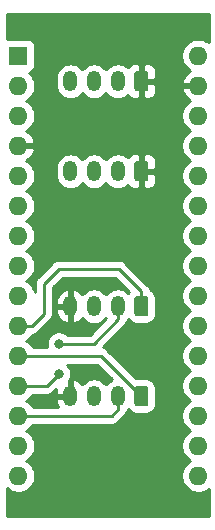
<source format=gbr>
G04 #@! TF.GenerationSoftware,KiCad,Pcbnew,(5.1.6-0-10_14)*
G04 #@! TF.CreationDate,2020-08-29T18:54:40+02:00*
G04 #@! TF.ProjectId,NanoFan,4e616e6f-4661-46e2-9e6b-696361645f70,rev?*
G04 #@! TF.SameCoordinates,Original*
G04 #@! TF.FileFunction,Copper,L2,Bot*
G04 #@! TF.FilePolarity,Positive*
%FSLAX46Y46*%
G04 Gerber Fmt 4.6, Leading zero omitted, Abs format (unit mm)*
G04 Created by KiCad (PCBNEW (5.1.6-0-10_14)) date 2020-08-29 18:54:40*
%MOMM*%
%LPD*%
G01*
G04 APERTURE LIST*
G04 #@! TA.AperFunction,ComponentPad*
%ADD10O,1.600000X1.600000*%
G04 #@! TD*
G04 #@! TA.AperFunction,ComponentPad*
%ADD11R,1.600000X1.600000*%
G04 #@! TD*
G04 #@! TA.AperFunction,ComponentPad*
%ADD12O,1.200000X1.750000*%
G04 #@! TD*
G04 #@! TA.AperFunction,ViaPad*
%ADD13C,0.800000*%
G04 #@! TD*
G04 #@! TA.AperFunction,Conductor*
%ADD14C,0.250000*%
G04 #@! TD*
G04 #@! TA.AperFunction,Conductor*
%ADD15C,0.254000*%
G04 #@! TD*
G04 APERTURE END LIST*
D10*
X140081000Y-122936000D03*
X124841000Y-122936000D03*
X140081000Y-87376000D03*
X124841000Y-120396000D03*
X140081000Y-89916000D03*
X124841000Y-117856000D03*
X140081000Y-92456000D03*
X124841000Y-115316000D03*
X140081000Y-94996000D03*
X124841000Y-112776000D03*
X140081000Y-97536000D03*
X124841000Y-110236000D03*
X140081000Y-100076000D03*
X124841000Y-107696000D03*
X140081000Y-102616000D03*
X124841000Y-105156000D03*
X140081000Y-105156000D03*
X124841000Y-102616000D03*
X140081000Y-107696000D03*
X124841000Y-100076000D03*
X140081000Y-110236000D03*
X124841000Y-97536000D03*
X140081000Y-112776000D03*
X124841000Y-94996000D03*
X140081000Y-115316000D03*
X124841000Y-92456000D03*
X140081000Y-117856000D03*
X124841000Y-89916000D03*
X140081000Y-120396000D03*
D11*
X124841000Y-87376000D03*
D12*
X129255000Y-97155000D03*
X131255000Y-97155000D03*
X133255000Y-97155000D03*
G04 #@! TA.AperFunction,ComponentPad*
G36*
G01*
X135855000Y-96529999D02*
X135855000Y-97780001D01*
G75*
G02*
X135605001Y-98030000I-249999J0D01*
G01*
X134904999Y-98030000D01*
G75*
G02*
X134655000Y-97780001I0J249999D01*
G01*
X134655000Y-96529999D01*
G75*
G02*
X134904999Y-96280000I249999J0D01*
G01*
X135605001Y-96280000D01*
G75*
G02*
X135855000Y-96529999I0J-249999D01*
G01*
G37*
G04 #@! TD.AperFunction*
X129255000Y-89535000D03*
X131255000Y-89535000D03*
X133255000Y-89535000D03*
G04 #@! TA.AperFunction,ComponentPad*
G36*
G01*
X135855000Y-88909999D02*
X135855000Y-90160001D01*
G75*
G02*
X135605001Y-90410000I-249999J0D01*
G01*
X134904999Y-90410000D01*
G75*
G02*
X134655000Y-90160001I0J249999D01*
G01*
X134655000Y-88909999D01*
G75*
G02*
X134904999Y-88660000I249999J0D01*
G01*
X135605001Y-88660000D01*
G75*
G02*
X135855000Y-88909999I0J-249999D01*
G01*
G37*
G04 #@! TD.AperFunction*
X129255000Y-116205000D03*
X131255000Y-116205000D03*
X133255000Y-116205000D03*
G04 #@! TA.AperFunction,ComponentPad*
G36*
G01*
X135855000Y-115579999D02*
X135855000Y-116830001D01*
G75*
G02*
X135605001Y-117080000I-249999J0D01*
G01*
X134904999Y-117080000D01*
G75*
G02*
X134655000Y-116830001I0J249999D01*
G01*
X134655000Y-115579999D01*
G75*
G02*
X134904999Y-115330000I249999J0D01*
G01*
X135605001Y-115330000D01*
G75*
G02*
X135855000Y-115579999I0J-249999D01*
G01*
G37*
G04 #@! TD.AperFunction*
X129255000Y-108585000D03*
X131255000Y-108585000D03*
X133255000Y-108585000D03*
G04 #@! TA.AperFunction,ComponentPad*
G36*
G01*
X135855000Y-107959999D02*
X135855000Y-109210001D01*
G75*
G02*
X135605001Y-109460000I-249999J0D01*
G01*
X134904999Y-109460000D01*
G75*
G02*
X134655000Y-109210001I0J249999D01*
G01*
X134655000Y-107959999D01*
G75*
G02*
X134904999Y-107710000I249999J0D01*
G01*
X135605001Y-107710000D01*
G75*
G02*
X135855000Y-107959999I0J-249999D01*
G01*
G37*
G04 #@! TD.AperFunction*
D13*
X128270000Y-114300000D03*
X128270000Y-111760000D03*
D14*
X131826000Y-112776000D02*
X124841000Y-112776000D01*
X135255000Y-116205000D02*
X131826000Y-112776000D01*
X133350000Y-105410000D02*
X135255000Y-107315000D01*
X127000000Y-106680000D02*
X128270000Y-105410000D01*
X128270000Y-105410000D02*
X133350000Y-105410000D01*
X135255000Y-107315000D02*
X135255000Y-108585000D01*
X125972370Y-110236000D02*
X127000000Y-109208370D01*
X127000000Y-109208370D02*
X127000000Y-106680000D01*
X124841000Y-110236000D02*
X125972370Y-110236000D01*
X133255000Y-117330000D02*
X133255000Y-116205000D01*
X132729000Y-117856000D02*
X133255000Y-117330000D01*
X124841000Y-117856000D02*
X132729000Y-117856000D01*
X127254000Y-115316000D02*
X128270000Y-114300000D01*
X124841000Y-115316000D02*
X127254000Y-115316000D01*
X133255000Y-109710000D02*
X133255000Y-108585000D01*
X131205000Y-111760000D02*
X133255000Y-109710000D01*
X128270000Y-111760000D02*
X131205000Y-111760000D01*
D15*
G36*
X140945001Y-86227448D02*
G01*
X140760727Y-86104320D01*
X140499574Y-85996147D01*
X140222335Y-85941000D01*
X139939665Y-85941000D01*
X139662426Y-85996147D01*
X139401273Y-86104320D01*
X139166241Y-86261363D01*
X138966363Y-86461241D01*
X138809320Y-86696273D01*
X138701147Y-86957426D01*
X138646000Y-87234665D01*
X138646000Y-87517335D01*
X138701147Y-87794574D01*
X138809320Y-88055727D01*
X138966363Y-88290759D01*
X139166241Y-88490637D01*
X139401273Y-88647680D01*
X139411865Y-88652067D01*
X139225869Y-88763615D01*
X139017481Y-88952586D01*
X138849963Y-89178580D01*
X138729754Y-89432913D01*
X138689096Y-89566961D01*
X138811085Y-89789000D01*
X139954000Y-89789000D01*
X139954000Y-89769000D01*
X140208000Y-89769000D01*
X140208000Y-89789000D01*
X140228000Y-89789000D01*
X140228000Y-90043000D01*
X140208000Y-90043000D01*
X140208000Y-90063000D01*
X139954000Y-90063000D01*
X139954000Y-90043000D01*
X138811085Y-90043000D01*
X138689096Y-90265039D01*
X138729754Y-90399087D01*
X138849963Y-90653420D01*
X139017481Y-90879414D01*
X139225869Y-91068385D01*
X139411865Y-91179933D01*
X139401273Y-91184320D01*
X139166241Y-91341363D01*
X138966363Y-91541241D01*
X138809320Y-91776273D01*
X138701147Y-92037426D01*
X138646000Y-92314665D01*
X138646000Y-92597335D01*
X138701147Y-92874574D01*
X138809320Y-93135727D01*
X138966363Y-93370759D01*
X139166241Y-93570637D01*
X139398759Y-93726000D01*
X139166241Y-93881363D01*
X138966363Y-94081241D01*
X138809320Y-94316273D01*
X138701147Y-94577426D01*
X138646000Y-94854665D01*
X138646000Y-95137335D01*
X138701147Y-95414574D01*
X138809320Y-95675727D01*
X138966363Y-95910759D01*
X139166241Y-96110637D01*
X139398759Y-96266000D01*
X139166241Y-96421363D01*
X138966363Y-96621241D01*
X138809320Y-96856273D01*
X138701147Y-97117426D01*
X138646000Y-97394665D01*
X138646000Y-97677335D01*
X138701147Y-97954574D01*
X138809320Y-98215727D01*
X138966363Y-98450759D01*
X139166241Y-98650637D01*
X139398759Y-98806000D01*
X139166241Y-98961363D01*
X138966363Y-99161241D01*
X138809320Y-99396273D01*
X138701147Y-99657426D01*
X138646000Y-99934665D01*
X138646000Y-100217335D01*
X138701147Y-100494574D01*
X138809320Y-100755727D01*
X138966363Y-100990759D01*
X139166241Y-101190637D01*
X139398759Y-101346000D01*
X139166241Y-101501363D01*
X138966363Y-101701241D01*
X138809320Y-101936273D01*
X138701147Y-102197426D01*
X138646000Y-102474665D01*
X138646000Y-102757335D01*
X138701147Y-103034574D01*
X138809320Y-103295727D01*
X138966363Y-103530759D01*
X139166241Y-103730637D01*
X139398759Y-103886000D01*
X139166241Y-104041363D01*
X138966363Y-104241241D01*
X138809320Y-104476273D01*
X138701147Y-104737426D01*
X138646000Y-105014665D01*
X138646000Y-105297335D01*
X138701147Y-105574574D01*
X138809320Y-105835727D01*
X138966363Y-106070759D01*
X139166241Y-106270637D01*
X139398759Y-106426000D01*
X139166241Y-106581363D01*
X138966363Y-106781241D01*
X138809320Y-107016273D01*
X138701147Y-107277426D01*
X138646000Y-107554665D01*
X138646000Y-107837335D01*
X138701147Y-108114574D01*
X138809320Y-108375727D01*
X138966363Y-108610759D01*
X139166241Y-108810637D01*
X139398759Y-108966000D01*
X139166241Y-109121363D01*
X138966363Y-109321241D01*
X138809320Y-109556273D01*
X138701147Y-109817426D01*
X138646000Y-110094665D01*
X138646000Y-110377335D01*
X138701147Y-110654574D01*
X138809320Y-110915727D01*
X138966363Y-111150759D01*
X139166241Y-111350637D01*
X139398759Y-111506000D01*
X139166241Y-111661363D01*
X138966363Y-111861241D01*
X138809320Y-112096273D01*
X138701147Y-112357426D01*
X138646000Y-112634665D01*
X138646000Y-112917335D01*
X138701147Y-113194574D01*
X138809320Y-113455727D01*
X138966363Y-113690759D01*
X139166241Y-113890637D01*
X139398759Y-114046000D01*
X139166241Y-114201363D01*
X138966363Y-114401241D01*
X138809320Y-114636273D01*
X138701147Y-114897426D01*
X138646000Y-115174665D01*
X138646000Y-115457335D01*
X138701147Y-115734574D01*
X138809320Y-115995727D01*
X138966363Y-116230759D01*
X139166241Y-116430637D01*
X139398759Y-116586000D01*
X139166241Y-116741363D01*
X138966363Y-116941241D01*
X138809320Y-117176273D01*
X138701147Y-117437426D01*
X138646000Y-117714665D01*
X138646000Y-117997335D01*
X138701147Y-118274574D01*
X138809320Y-118535727D01*
X138966363Y-118770759D01*
X139166241Y-118970637D01*
X139398759Y-119126000D01*
X139166241Y-119281363D01*
X138966363Y-119481241D01*
X138809320Y-119716273D01*
X138701147Y-119977426D01*
X138646000Y-120254665D01*
X138646000Y-120537335D01*
X138701147Y-120814574D01*
X138809320Y-121075727D01*
X138966363Y-121310759D01*
X139166241Y-121510637D01*
X139398759Y-121666000D01*
X139166241Y-121821363D01*
X138966363Y-122021241D01*
X138809320Y-122256273D01*
X138701147Y-122517426D01*
X138646000Y-122794665D01*
X138646000Y-123077335D01*
X138701147Y-123354574D01*
X138809320Y-123615727D01*
X138966363Y-123850759D01*
X139166241Y-124050637D01*
X139401273Y-124207680D01*
X139662426Y-124315853D01*
X139939665Y-124371000D01*
X140222335Y-124371000D01*
X140499574Y-124315853D01*
X140760727Y-124207680D01*
X140945000Y-124084553D01*
X140945000Y-126340000D01*
X123850000Y-126340000D01*
X123850000Y-123974396D01*
X123926241Y-124050637D01*
X124161273Y-124207680D01*
X124422426Y-124315853D01*
X124699665Y-124371000D01*
X124982335Y-124371000D01*
X125259574Y-124315853D01*
X125520727Y-124207680D01*
X125755759Y-124050637D01*
X125955637Y-123850759D01*
X126112680Y-123615727D01*
X126220853Y-123354574D01*
X126276000Y-123077335D01*
X126276000Y-122794665D01*
X126220853Y-122517426D01*
X126112680Y-122256273D01*
X125955637Y-122021241D01*
X125755759Y-121821363D01*
X125523241Y-121666000D01*
X125755759Y-121510637D01*
X125955637Y-121310759D01*
X126112680Y-121075727D01*
X126220853Y-120814574D01*
X126276000Y-120537335D01*
X126276000Y-120254665D01*
X126220853Y-119977426D01*
X126112680Y-119716273D01*
X125955637Y-119481241D01*
X125755759Y-119281363D01*
X125523241Y-119126000D01*
X125755759Y-118970637D01*
X125955637Y-118770759D01*
X126059043Y-118616000D01*
X132691678Y-118616000D01*
X132729000Y-118619676D01*
X132766322Y-118616000D01*
X132766333Y-118616000D01*
X132877986Y-118605003D01*
X133021247Y-118561546D01*
X133153276Y-118490974D01*
X133269001Y-118396001D01*
X133292803Y-118366998D01*
X133766003Y-117893798D01*
X133795001Y-117870001D01*
X133889974Y-117754276D01*
X133960546Y-117622247D01*
X134004003Y-117478986D01*
X134005720Y-117461548D01*
X134132502Y-117357502D01*
X134164191Y-117318889D01*
X134166595Y-117323387D01*
X134277038Y-117457962D01*
X134411613Y-117568405D01*
X134565149Y-117650472D01*
X134731745Y-117701008D01*
X134904999Y-117718072D01*
X135605001Y-117718072D01*
X135778255Y-117701008D01*
X135944851Y-117650472D01*
X136098387Y-117568405D01*
X136232962Y-117457962D01*
X136343405Y-117323387D01*
X136425472Y-117169851D01*
X136476008Y-117003255D01*
X136493072Y-116830001D01*
X136493072Y-115579999D01*
X136476008Y-115406745D01*
X136425472Y-115240149D01*
X136343405Y-115086613D01*
X136232962Y-114952038D01*
X136098387Y-114841595D01*
X135944851Y-114759528D01*
X135778255Y-114708992D01*
X135605001Y-114691928D01*
X134904999Y-114691928D01*
X134824644Y-114699842D01*
X132389804Y-112265003D01*
X132366001Y-112235999D01*
X132250276Y-112141026D01*
X132118247Y-112070454D01*
X132004002Y-112035799D01*
X133766004Y-110273798D01*
X133795001Y-110250001D01*
X133889974Y-110134276D01*
X133960546Y-110002247D01*
X134004003Y-109858986D01*
X134005720Y-109841548D01*
X134132502Y-109737502D01*
X134164191Y-109698889D01*
X134166595Y-109703387D01*
X134277038Y-109837962D01*
X134411613Y-109948405D01*
X134565149Y-110030472D01*
X134731745Y-110081008D01*
X134904999Y-110098072D01*
X135605001Y-110098072D01*
X135778255Y-110081008D01*
X135944851Y-110030472D01*
X136098387Y-109948405D01*
X136232962Y-109837962D01*
X136343405Y-109703387D01*
X136425472Y-109549851D01*
X136476008Y-109383255D01*
X136493072Y-109210001D01*
X136493072Y-107959999D01*
X136476008Y-107786745D01*
X136425472Y-107620149D01*
X136343405Y-107466613D01*
X136232962Y-107332038D01*
X136098387Y-107221595D01*
X136004537Y-107171431D01*
X136004003Y-107166014D01*
X135960546Y-107022753D01*
X135889974Y-106890724D01*
X135795001Y-106774999D01*
X135766004Y-106751202D01*
X133913804Y-104899003D01*
X133890001Y-104869999D01*
X133774276Y-104775026D01*
X133642247Y-104704454D01*
X133498986Y-104660997D01*
X133387333Y-104650000D01*
X133387322Y-104650000D01*
X133350000Y-104646324D01*
X133312678Y-104650000D01*
X128307322Y-104650000D01*
X128269999Y-104646324D01*
X128232676Y-104650000D01*
X128232667Y-104650000D01*
X128121014Y-104660997D01*
X127977753Y-104704454D01*
X127845724Y-104775026D01*
X127729999Y-104869999D01*
X127706201Y-104898997D01*
X126488998Y-106116201D01*
X126460000Y-106139999D01*
X126436202Y-106168997D01*
X126436201Y-106168998D01*
X126365026Y-106255724D01*
X126294454Y-106387754D01*
X126282343Y-106427680D01*
X126250998Y-106531014D01*
X126246039Y-106581363D01*
X126236324Y-106680000D01*
X126240001Y-106717332D01*
X126240001Y-107373687D01*
X126220853Y-107277426D01*
X126112680Y-107016273D01*
X125955637Y-106781241D01*
X125755759Y-106581363D01*
X125523241Y-106426000D01*
X125755759Y-106270637D01*
X125955637Y-106070759D01*
X126112680Y-105835727D01*
X126220853Y-105574574D01*
X126276000Y-105297335D01*
X126276000Y-105014665D01*
X126220853Y-104737426D01*
X126112680Y-104476273D01*
X125955637Y-104241241D01*
X125755759Y-104041363D01*
X125523241Y-103886000D01*
X125755759Y-103730637D01*
X125955637Y-103530759D01*
X126112680Y-103295727D01*
X126220853Y-103034574D01*
X126276000Y-102757335D01*
X126276000Y-102474665D01*
X126220853Y-102197426D01*
X126112680Y-101936273D01*
X125955637Y-101701241D01*
X125755759Y-101501363D01*
X125523241Y-101346000D01*
X125755759Y-101190637D01*
X125955637Y-100990759D01*
X126112680Y-100755727D01*
X126220853Y-100494574D01*
X126276000Y-100217335D01*
X126276000Y-99934665D01*
X126220853Y-99657426D01*
X126112680Y-99396273D01*
X125955637Y-99161241D01*
X125755759Y-98961363D01*
X125523241Y-98806000D01*
X125755759Y-98650637D01*
X125955637Y-98450759D01*
X126112680Y-98215727D01*
X126220853Y-97954574D01*
X126276000Y-97677335D01*
X126276000Y-97394665D01*
X126220853Y-97117426D01*
X126112680Y-96856273D01*
X126087999Y-96819335D01*
X128020000Y-96819335D01*
X128020000Y-97490664D01*
X128037870Y-97672101D01*
X128108489Y-97904900D01*
X128223167Y-98119448D01*
X128377498Y-98307502D01*
X128565551Y-98461833D01*
X128780099Y-98576511D01*
X129012898Y-98647130D01*
X129255000Y-98670975D01*
X129497101Y-98647130D01*
X129729900Y-98576511D01*
X129944448Y-98461833D01*
X130132502Y-98307502D01*
X130255000Y-98158237D01*
X130377498Y-98307502D01*
X130565551Y-98461833D01*
X130780099Y-98576511D01*
X131012898Y-98647130D01*
X131255000Y-98670975D01*
X131497101Y-98647130D01*
X131729900Y-98576511D01*
X131944448Y-98461833D01*
X132132502Y-98307502D01*
X132255000Y-98158237D01*
X132377498Y-98307502D01*
X132565551Y-98461833D01*
X132780099Y-98576511D01*
X133012898Y-98647130D01*
X133255000Y-98670975D01*
X133497101Y-98647130D01*
X133729900Y-98576511D01*
X133944448Y-98461833D01*
X134098309Y-98335564D01*
X134124463Y-98384494D01*
X134203815Y-98481185D01*
X134300506Y-98560537D01*
X134410820Y-98619502D01*
X134530518Y-98655812D01*
X134655000Y-98668072D01*
X134969250Y-98665000D01*
X135128000Y-98506250D01*
X135128000Y-97282000D01*
X135382000Y-97282000D01*
X135382000Y-98506250D01*
X135540750Y-98665000D01*
X135855000Y-98668072D01*
X135979482Y-98655812D01*
X136099180Y-98619502D01*
X136209494Y-98560537D01*
X136306185Y-98481185D01*
X136385537Y-98384494D01*
X136444502Y-98274180D01*
X136480812Y-98154482D01*
X136493072Y-98030000D01*
X136490000Y-97440750D01*
X136331250Y-97282000D01*
X135382000Y-97282000D01*
X135128000Y-97282000D01*
X135108000Y-97282000D01*
X135108000Y-97028000D01*
X135128000Y-97028000D01*
X135128000Y-95803750D01*
X135382000Y-95803750D01*
X135382000Y-97028000D01*
X136331250Y-97028000D01*
X136490000Y-96869250D01*
X136493072Y-96280000D01*
X136480812Y-96155518D01*
X136444502Y-96035820D01*
X136385537Y-95925506D01*
X136306185Y-95828815D01*
X136209494Y-95749463D01*
X136099180Y-95690498D01*
X135979482Y-95654188D01*
X135855000Y-95641928D01*
X135540750Y-95645000D01*
X135382000Y-95803750D01*
X135128000Y-95803750D01*
X134969250Y-95645000D01*
X134655000Y-95641928D01*
X134530518Y-95654188D01*
X134410820Y-95690498D01*
X134300506Y-95749463D01*
X134203815Y-95828815D01*
X134124463Y-95925506D01*
X134098309Y-95974436D01*
X133944449Y-95848167D01*
X133729901Y-95733489D01*
X133497102Y-95662870D01*
X133255000Y-95639025D01*
X133012899Y-95662870D01*
X132780100Y-95733489D01*
X132565552Y-95848167D01*
X132377499Y-96002498D01*
X132255001Y-96151763D01*
X132132502Y-96002498D01*
X131944449Y-95848167D01*
X131729901Y-95733489D01*
X131497102Y-95662870D01*
X131255000Y-95639025D01*
X131012899Y-95662870D01*
X130780100Y-95733489D01*
X130565552Y-95848167D01*
X130377499Y-96002498D01*
X130255001Y-96151763D01*
X130132502Y-96002498D01*
X129944449Y-95848167D01*
X129729901Y-95733489D01*
X129497102Y-95662870D01*
X129255000Y-95639025D01*
X129012899Y-95662870D01*
X128780100Y-95733489D01*
X128565552Y-95848167D01*
X128377499Y-96002498D01*
X128223168Y-96190551D01*
X128108489Y-96405099D01*
X128037870Y-96637898D01*
X128020000Y-96819335D01*
X126087999Y-96819335D01*
X125955637Y-96621241D01*
X125755759Y-96421363D01*
X125520727Y-96264320D01*
X125510135Y-96259933D01*
X125696131Y-96148385D01*
X125904519Y-95959414D01*
X126072037Y-95733420D01*
X126192246Y-95479087D01*
X126232904Y-95345039D01*
X126110915Y-95123000D01*
X124968000Y-95123000D01*
X124968000Y-95143000D01*
X124714000Y-95143000D01*
X124714000Y-95123000D01*
X124694000Y-95123000D01*
X124694000Y-94869000D01*
X124714000Y-94869000D01*
X124714000Y-94849000D01*
X124968000Y-94849000D01*
X124968000Y-94869000D01*
X126110915Y-94869000D01*
X126232904Y-94646961D01*
X126192246Y-94512913D01*
X126072037Y-94258580D01*
X125904519Y-94032586D01*
X125696131Y-93843615D01*
X125510135Y-93732067D01*
X125520727Y-93727680D01*
X125755759Y-93570637D01*
X125955637Y-93370759D01*
X126112680Y-93135727D01*
X126220853Y-92874574D01*
X126276000Y-92597335D01*
X126276000Y-92314665D01*
X126220853Y-92037426D01*
X126112680Y-91776273D01*
X125955637Y-91541241D01*
X125755759Y-91341363D01*
X125523241Y-91186000D01*
X125755759Y-91030637D01*
X125955637Y-90830759D01*
X126112680Y-90595727D01*
X126220853Y-90334574D01*
X126276000Y-90057335D01*
X126276000Y-89774665D01*
X126220853Y-89497426D01*
X126112680Y-89236273D01*
X126087999Y-89199335D01*
X128020000Y-89199335D01*
X128020000Y-89870664D01*
X128037870Y-90052101D01*
X128108489Y-90284900D01*
X128223167Y-90499448D01*
X128377498Y-90687502D01*
X128565551Y-90841833D01*
X128780099Y-90956511D01*
X129012898Y-91027130D01*
X129255000Y-91050975D01*
X129497101Y-91027130D01*
X129729900Y-90956511D01*
X129944448Y-90841833D01*
X130132502Y-90687502D01*
X130255000Y-90538237D01*
X130377498Y-90687502D01*
X130565551Y-90841833D01*
X130780099Y-90956511D01*
X131012898Y-91027130D01*
X131255000Y-91050975D01*
X131497101Y-91027130D01*
X131729900Y-90956511D01*
X131944448Y-90841833D01*
X132132502Y-90687502D01*
X132255000Y-90538237D01*
X132377498Y-90687502D01*
X132565551Y-90841833D01*
X132780099Y-90956511D01*
X133012898Y-91027130D01*
X133255000Y-91050975D01*
X133497101Y-91027130D01*
X133729900Y-90956511D01*
X133944448Y-90841833D01*
X134098309Y-90715564D01*
X134124463Y-90764494D01*
X134203815Y-90861185D01*
X134300506Y-90940537D01*
X134410820Y-90999502D01*
X134530518Y-91035812D01*
X134655000Y-91048072D01*
X134969250Y-91045000D01*
X135128000Y-90886250D01*
X135128000Y-89662000D01*
X135382000Y-89662000D01*
X135382000Y-90886250D01*
X135540750Y-91045000D01*
X135855000Y-91048072D01*
X135979482Y-91035812D01*
X136099180Y-90999502D01*
X136209494Y-90940537D01*
X136306185Y-90861185D01*
X136385537Y-90764494D01*
X136444502Y-90654180D01*
X136480812Y-90534482D01*
X136493072Y-90410000D01*
X136490000Y-89820750D01*
X136331250Y-89662000D01*
X135382000Y-89662000D01*
X135128000Y-89662000D01*
X135108000Y-89662000D01*
X135108000Y-89408000D01*
X135128000Y-89408000D01*
X135128000Y-88183750D01*
X135382000Y-88183750D01*
X135382000Y-89408000D01*
X136331250Y-89408000D01*
X136490000Y-89249250D01*
X136493072Y-88660000D01*
X136480812Y-88535518D01*
X136444502Y-88415820D01*
X136385537Y-88305506D01*
X136306185Y-88208815D01*
X136209494Y-88129463D01*
X136099180Y-88070498D01*
X135979482Y-88034188D01*
X135855000Y-88021928D01*
X135540750Y-88025000D01*
X135382000Y-88183750D01*
X135128000Y-88183750D01*
X134969250Y-88025000D01*
X134655000Y-88021928D01*
X134530518Y-88034188D01*
X134410820Y-88070498D01*
X134300506Y-88129463D01*
X134203815Y-88208815D01*
X134124463Y-88305506D01*
X134098309Y-88354436D01*
X133944449Y-88228167D01*
X133729901Y-88113489D01*
X133497102Y-88042870D01*
X133255000Y-88019025D01*
X133012899Y-88042870D01*
X132780100Y-88113489D01*
X132565552Y-88228167D01*
X132377499Y-88382498D01*
X132255001Y-88531763D01*
X132132502Y-88382498D01*
X131944449Y-88228167D01*
X131729901Y-88113489D01*
X131497102Y-88042870D01*
X131255000Y-88019025D01*
X131012899Y-88042870D01*
X130780100Y-88113489D01*
X130565552Y-88228167D01*
X130377499Y-88382498D01*
X130255001Y-88531763D01*
X130132502Y-88382498D01*
X129944449Y-88228167D01*
X129729901Y-88113489D01*
X129497102Y-88042870D01*
X129255000Y-88019025D01*
X129012899Y-88042870D01*
X128780100Y-88113489D01*
X128565552Y-88228167D01*
X128377499Y-88382498D01*
X128223168Y-88570551D01*
X128108489Y-88785099D01*
X128037870Y-89017898D01*
X128020000Y-89199335D01*
X126087999Y-89199335D01*
X125955637Y-89001241D01*
X125757039Y-88802643D01*
X125765482Y-88801812D01*
X125885180Y-88765502D01*
X125995494Y-88706537D01*
X126092185Y-88627185D01*
X126171537Y-88530494D01*
X126230502Y-88420180D01*
X126266812Y-88300482D01*
X126279072Y-88176000D01*
X126279072Y-86576000D01*
X126266812Y-86451518D01*
X126230502Y-86331820D01*
X126171537Y-86221506D01*
X126092185Y-86124815D01*
X125995494Y-86045463D01*
X125885180Y-85986498D01*
X125765482Y-85950188D01*
X125641000Y-85937928D01*
X124041000Y-85937928D01*
X123916518Y-85950188D01*
X123850000Y-85970366D01*
X123850000Y-83845000D01*
X140945001Y-83845000D01*
X140945001Y-86227448D01*
G37*
X140945001Y-86227448D02*
X140760727Y-86104320D01*
X140499574Y-85996147D01*
X140222335Y-85941000D01*
X139939665Y-85941000D01*
X139662426Y-85996147D01*
X139401273Y-86104320D01*
X139166241Y-86261363D01*
X138966363Y-86461241D01*
X138809320Y-86696273D01*
X138701147Y-86957426D01*
X138646000Y-87234665D01*
X138646000Y-87517335D01*
X138701147Y-87794574D01*
X138809320Y-88055727D01*
X138966363Y-88290759D01*
X139166241Y-88490637D01*
X139401273Y-88647680D01*
X139411865Y-88652067D01*
X139225869Y-88763615D01*
X139017481Y-88952586D01*
X138849963Y-89178580D01*
X138729754Y-89432913D01*
X138689096Y-89566961D01*
X138811085Y-89789000D01*
X139954000Y-89789000D01*
X139954000Y-89769000D01*
X140208000Y-89769000D01*
X140208000Y-89789000D01*
X140228000Y-89789000D01*
X140228000Y-90043000D01*
X140208000Y-90043000D01*
X140208000Y-90063000D01*
X139954000Y-90063000D01*
X139954000Y-90043000D01*
X138811085Y-90043000D01*
X138689096Y-90265039D01*
X138729754Y-90399087D01*
X138849963Y-90653420D01*
X139017481Y-90879414D01*
X139225869Y-91068385D01*
X139411865Y-91179933D01*
X139401273Y-91184320D01*
X139166241Y-91341363D01*
X138966363Y-91541241D01*
X138809320Y-91776273D01*
X138701147Y-92037426D01*
X138646000Y-92314665D01*
X138646000Y-92597335D01*
X138701147Y-92874574D01*
X138809320Y-93135727D01*
X138966363Y-93370759D01*
X139166241Y-93570637D01*
X139398759Y-93726000D01*
X139166241Y-93881363D01*
X138966363Y-94081241D01*
X138809320Y-94316273D01*
X138701147Y-94577426D01*
X138646000Y-94854665D01*
X138646000Y-95137335D01*
X138701147Y-95414574D01*
X138809320Y-95675727D01*
X138966363Y-95910759D01*
X139166241Y-96110637D01*
X139398759Y-96266000D01*
X139166241Y-96421363D01*
X138966363Y-96621241D01*
X138809320Y-96856273D01*
X138701147Y-97117426D01*
X138646000Y-97394665D01*
X138646000Y-97677335D01*
X138701147Y-97954574D01*
X138809320Y-98215727D01*
X138966363Y-98450759D01*
X139166241Y-98650637D01*
X139398759Y-98806000D01*
X139166241Y-98961363D01*
X138966363Y-99161241D01*
X138809320Y-99396273D01*
X138701147Y-99657426D01*
X138646000Y-99934665D01*
X138646000Y-100217335D01*
X138701147Y-100494574D01*
X138809320Y-100755727D01*
X138966363Y-100990759D01*
X139166241Y-101190637D01*
X139398759Y-101346000D01*
X139166241Y-101501363D01*
X138966363Y-101701241D01*
X138809320Y-101936273D01*
X138701147Y-102197426D01*
X138646000Y-102474665D01*
X138646000Y-102757335D01*
X138701147Y-103034574D01*
X138809320Y-103295727D01*
X138966363Y-103530759D01*
X139166241Y-103730637D01*
X139398759Y-103886000D01*
X139166241Y-104041363D01*
X138966363Y-104241241D01*
X138809320Y-104476273D01*
X138701147Y-104737426D01*
X138646000Y-105014665D01*
X138646000Y-105297335D01*
X138701147Y-105574574D01*
X138809320Y-105835727D01*
X138966363Y-106070759D01*
X139166241Y-106270637D01*
X139398759Y-106426000D01*
X139166241Y-106581363D01*
X138966363Y-106781241D01*
X138809320Y-107016273D01*
X138701147Y-107277426D01*
X138646000Y-107554665D01*
X138646000Y-107837335D01*
X138701147Y-108114574D01*
X138809320Y-108375727D01*
X138966363Y-108610759D01*
X139166241Y-108810637D01*
X139398759Y-108966000D01*
X139166241Y-109121363D01*
X138966363Y-109321241D01*
X138809320Y-109556273D01*
X138701147Y-109817426D01*
X138646000Y-110094665D01*
X138646000Y-110377335D01*
X138701147Y-110654574D01*
X138809320Y-110915727D01*
X138966363Y-111150759D01*
X139166241Y-111350637D01*
X139398759Y-111506000D01*
X139166241Y-111661363D01*
X138966363Y-111861241D01*
X138809320Y-112096273D01*
X138701147Y-112357426D01*
X138646000Y-112634665D01*
X138646000Y-112917335D01*
X138701147Y-113194574D01*
X138809320Y-113455727D01*
X138966363Y-113690759D01*
X139166241Y-113890637D01*
X139398759Y-114046000D01*
X139166241Y-114201363D01*
X138966363Y-114401241D01*
X138809320Y-114636273D01*
X138701147Y-114897426D01*
X138646000Y-115174665D01*
X138646000Y-115457335D01*
X138701147Y-115734574D01*
X138809320Y-115995727D01*
X138966363Y-116230759D01*
X139166241Y-116430637D01*
X139398759Y-116586000D01*
X139166241Y-116741363D01*
X138966363Y-116941241D01*
X138809320Y-117176273D01*
X138701147Y-117437426D01*
X138646000Y-117714665D01*
X138646000Y-117997335D01*
X138701147Y-118274574D01*
X138809320Y-118535727D01*
X138966363Y-118770759D01*
X139166241Y-118970637D01*
X139398759Y-119126000D01*
X139166241Y-119281363D01*
X138966363Y-119481241D01*
X138809320Y-119716273D01*
X138701147Y-119977426D01*
X138646000Y-120254665D01*
X138646000Y-120537335D01*
X138701147Y-120814574D01*
X138809320Y-121075727D01*
X138966363Y-121310759D01*
X139166241Y-121510637D01*
X139398759Y-121666000D01*
X139166241Y-121821363D01*
X138966363Y-122021241D01*
X138809320Y-122256273D01*
X138701147Y-122517426D01*
X138646000Y-122794665D01*
X138646000Y-123077335D01*
X138701147Y-123354574D01*
X138809320Y-123615727D01*
X138966363Y-123850759D01*
X139166241Y-124050637D01*
X139401273Y-124207680D01*
X139662426Y-124315853D01*
X139939665Y-124371000D01*
X140222335Y-124371000D01*
X140499574Y-124315853D01*
X140760727Y-124207680D01*
X140945000Y-124084553D01*
X140945000Y-126340000D01*
X123850000Y-126340000D01*
X123850000Y-123974396D01*
X123926241Y-124050637D01*
X124161273Y-124207680D01*
X124422426Y-124315853D01*
X124699665Y-124371000D01*
X124982335Y-124371000D01*
X125259574Y-124315853D01*
X125520727Y-124207680D01*
X125755759Y-124050637D01*
X125955637Y-123850759D01*
X126112680Y-123615727D01*
X126220853Y-123354574D01*
X126276000Y-123077335D01*
X126276000Y-122794665D01*
X126220853Y-122517426D01*
X126112680Y-122256273D01*
X125955637Y-122021241D01*
X125755759Y-121821363D01*
X125523241Y-121666000D01*
X125755759Y-121510637D01*
X125955637Y-121310759D01*
X126112680Y-121075727D01*
X126220853Y-120814574D01*
X126276000Y-120537335D01*
X126276000Y-120254665D01*
X126220853Y-119977426D01*
X126112680Y-119716273D01*
X125955637Y-119481241D01*
X125755759Y-119281363D01*
X125523241Y-119126000D01*
X125755759Y-118970637D01*
X125955637Y-118770759D01*
X126059043Y-118616000D01*
X132691678Y-118616000D01*
X132729000Y-118619676D01*
X132766322Y-118616000D01*
X132766333Y-118616000D01*
X132877986Y-118605003D01*
X133021247Y-118561546D01*
X133153276Y-118490974D01*
X133269001Y-118396001D01*
X133292803Y-118366998D01*
X133766003Y-117893798D01*
X133795001Y-117870001D01*
X133889974Y-117754276D01*
X133960546Y-117622247D01*
X134004003Y-117478986D01*
X134005720Y-117461548D01*
X134132502Y-117357502D01*
X134164191Y-117318889D01*
X134166595Y-117323387D01*
X134277038Y-117457962D01*
X134411613Y-117568405D01*
X134565149Y-117650472D01*
X134731745Y-117701008D01*
X134904999Y-117718072D01*
X135605001Y-117718072D01*
X135778255Y-117701008D01*
X135944851Y-117650472D01*
X136098387Y-117568405D01*
X136232962Y-117457962D01*
X136343405Y-117323387D01*
X136425472Y-117169851D01*
X136476008Y-117003255D01*
X136493072Y-116830001D01*
X136493072Y-115579999D01*
X136476008Y-115406745D01*
X136425472Y-115240149D01*
X136343405Y-115086613D01*
X136232962Y-114952038D01*
X136098387Y-114841595D01*
X135944851Y-114759528D01*
X135778255Y-114708992D01*
X135605001Y-114691928D01*
X134904999Y-114691928D01*
X134824644Y-114699842D01*
X132389804Y-112265003D01*
X132366001Y-112235999D01*
X132250276Y-112141026D01*
X132118247Y-112070454D01*
X132004002Y-112035799D01*
X133766004Y-110273798D01*
X133795001Y-110250001D01*
X133889974Y-110134276D01*
X133960546Y-110002247D01*
X134004003Y-109858986D01*
X134005720Y-109841548D01*
X134132502Y-109737502D01*
X134164191Y-109698889D01*
X134166595Y-109703387D01*
X134277038Y-109837962D01*
X134411613Y-109948405D01*
X134565149Y-110030472D01*
X134731745Y-110081008D01*
X134904999Y-110098072D01*
X135605001Y-110098072D01*
X135778255Y-110081008D01*
X135944851Y-110030472D01*
X136098387Y-109948405D01*
X136232962Y-109837962D01*
X136343405Y-109703387D01*
X136425472Y-109549851D01*
X136476008Y-109383255D01*
X136493072Y-109210001D01*
X136493072Y-107959999D01*
X136476008Y-107786745D01*
X136425472Y-107620149D01*
X136343405Y-107466613D01*
X136232962Y-107332038D01*
X136098387Y-107221595D01*
X136004537Y-107171431D01*
X136004003Y-107166014D01*
X135960546Y-107022753D01*
X135889974Y-106890724D01*
X135795001Y-106774999D01*
X135766004Y-106751202D01*
X133913804Y-104899003D01*
X133890001Y-104869999D01*
X133774276Y-104775026D01*
X133642247Y-104704454D01*
X133498986Y-104660997D01*
X133387333Y-104650000D01*
X133387322Y-104650000D01*
X133350000Y-104646324D01*
X133312678Y-104650000D01*
X128307322Y-104650000D01*
X128269999Y-104646324D01*
X128232676Y-104650000D01*
X128232667Y-104650000D01*
X128121014Y-104660997D01*
X127977753Y-104704454D01*
X127845724Y-104775026D01*
X127729999Y-104869999D01*
X127706201Y-104898997D01*
X126488998Y-106116201D01*
X126460000Y-106139999D01*
X126436202Y-106168997D01*
X126436201Y-106168998D01*
X126365026Y-106255724D01*
X126294454Y-106387754D01*
X126282343Y-106427680D01*
X126250998Y-106531014D01*
X126246039Y-106581363D01*
X126236324Y-106680000D01*
X126240001Y-106717332D01*
X126240001Y-107373687D01*
X126220853Y-107277426D01*
X126112680Y-107016273D01*
X125955637Y-106781241D01*
X125755759Y-106581363D01*
X125523241Y-106426000D01*
X125755759Y-106270637D01*
X125955637Y-106070759D01*
X126112680Y-105835727D01*
X126220853Y-105574574D01*
X126276000Y-105297335D01*
X126276000Y-105014665D01*
X126220853Y-104737426D01*
X126112680Y-104476273D01*
X125955637Y-104241241D01*
X125755759Y-104041363D01*
X125523241Y-103886000D01*
X125755759Y-103730637D01*
X125955637Y-103530759D01*
X126112680Y-103295727D01*
X126220853Y-103034574D01*
X126276000Y-102757335D01*
X126276000Y-102474665D01*
X126220853Y-102197426D01*
X126112680Y-101936273D01*
X125955637Y-101701241D01*
X125755759Y-101501363D01*
X125523241Y-101346000D01*
X125755759Y-101190637D01*
X125955637Y-100990759D01*
X126112680Y-100755727D01*
X126220853Y-100494574D01*
X126276000Y-100217335D01*
X126276000Y-99934665D01*
X126220853Y-99657426D01*
X126112680Y-99396273D01*
X125955637Y-99161241D01*
X125755759Y-98961363D01*
X125523241Y-98806000D01*
X125755759Y-98650637D01*
X125955637Y-98450759D01*
X126112680Y-98215727D01*
X126220853Y-97954574D01*
X126276000Y-97677335D01*
X126276000Y-97394665D01*
X126220853Y-97117426D01*
X126112680Y-96856273D01*
X126087999Y-96819335D01*
X128020000Y-96819335D01*
X128020000Y-97490664D01*
X128037870Y-97672101D01*
X128108489Y-97904900D01*
X128223167Y-98119448D01*
X128377498Y-98307502D01*
X128565551Y-98461833D01*
X128780099Y-98576511D01*
X129012898Y-98647130D01*
X129255000Y-98670975D01*
X129497101Y-98647130D01*
X129729900Y-98576511D01*
X129944448Y-98461833D01*
X130132502Y-98307502D01*
X130255000Y-98158237D01*
X130377498Y-98307502D01*
X130565551Y-98461833D01*
X130780099Y-98576511D01*
X131012898Y-98647130D01*
X131255000Y-98670975D01*
X131497101Y-98647130D01*
X131729900Y-98576511D01*
X131944448Y-98461833D01*
X132132502Y-98307502D01*
X132255000Y-98158237D01*
X132377498Y-98307502D01*
X132565551Y-98461833D01*
X132780099Y-98576511D01*
X133012898Y-98647130D01*
X133255000Y-98670975D01*
X133497101Y-98647130D01*
X133729900Y-98576511D01*
X133944448Y-98461833D01*
X134098309Y-98335564D01*
X134124463Y-98384494D01*
X134203815Y-98481185D01*
X134300506Y-98560537D01*
X134410820Y-98619502D01*
X134530518Y-98655812D01*
X134655000Y-98668072D01*
X134969250Y-98665000D01*
X135128000Y-98506250D01*
X135128000Y-97282000D01*
X135382000Y-97282000D01*
X135382000Y-98506250D01*
X135540750Y-98665000D01*
X135855000Y-98668072D01*
X135979482Y-98655812D01*
X136099180Y-98619502D01*
X136209494Y-98560537D01*
X136306185Y-98481185D01*
X136385537Y-98384494D01*
X136444502Y-98274180D01*
X136480812Y-98154482D01*
X136493072Y-98030000D01*
X136490000Y-97440750D01*
X136331250Y-97282000D01*
X135382000Y-97282000D01*
X135128000Y-97282000D01*
X135108000Y-97282000D01*
X135108000Y-97028000D01*
X135128000Y-97028000D01*
X135128000Y-95803750D01*
X135382000Y-95803750D01*
X135382000Y-97028000D01*
X136331250Y-97028000D01*
X136490000Y-96869250D01*
X136493072Y-96280000D01*
X136480812Y-96155518D01*
X136444502Y-96035820D01*
X136385537Y-95925506D01*
X136306185Y-95828815D01*
X136209494Y-95749463D01*
X136099180Y-95690498D01*
X135979482Y-95654188D01*
X135855000Y-95641928D01*
X135540750Y-95645000D01*
X135382000Y-95803750D01*
X135128000Y-95803750D01*
X134969250Y-95645000D01*
X134655000Y-95641928D01*
X134530518Y-95654188D01*
X134410820Y-95690498D01*
X134300506Y-95749463D01*
X134203815Y-95828815D01*
X134124463Y-95925506D01*
X134098309Y-95974436D01*
X133944449Y-95848167D01*
X133729901Y-95733489D01*
X133497102Y-95662870D01*
X133255000Y-95639025D01*
X133012899Y-95662870D01*
X132780100Y-95733489D01*
X132565552Y-95848167D01*
X132377499Y-96002498D01*
X132255001Y-96151763D01*
X132132502Y-96002498D01*
X131944449Y-95848167D01*
X131729901Y-95733489D01*
X131497102Y-95662870D01*
X131255000Y-95639025D01*
X131012899Y-95662870D01*
X130780100Y-95733489D01*
X130565552Y-95848167D01*
X130377499Y-96002498D01*
X130255001Y-96151763D01*
X130132502Y-96002498D01*
X129944449Y-95848167D01*
X129729901Y-95733489D01*
X129497102Y-95662870D01*
X129255000Y-95639025D01*
X129012899Y-95662870D01*
X128780100Y-95733489D01*
X128565552Y-95848167D01*
X128377499Y-96002498D01*
X128223168Y-96190551D01*
X128108489Y-96405099D01*
X128037870Y-96637898D01*
X128020000Y-96819335D01*
X126087999Y-96819335D01*
X125955637Y-96621241D01*
X125755759Y-96421363D01*
X125520727Y-96264320D01*
X125510135Y-96259933D01*
X125696131Y-96148385D01*
X125904519Y-95959414D01*
X126072037Y-95733420D01*
X126192246Y-95479087D01*
X126232904Y-95345039D01*
X126110915Y-95123000D01*
X124968000Y-95123000D01*
X124968000Y-95143000D01*
X124714000Y-95143000D01*
X124714000Y-95123000D01*
X124694000Y-95123000D01*
X124694000Y-94869000D01*
X124714000Y-94869000D01*
X124714000Y-94849000D01*
X124968000Y-94849000D01*
X124968000Y-94869000D01*
X126110915Y-94869000D01*
X126232904Y-94646961D01*
X126192246Y-94512913D01*
X126072037Y-94258580D01*
X125904519Y-94032586D01*
X125696131Y-93843615D01*
X125510135Y-93732067D01*
X125520727Y-93727680D01*
X125755759Y-93570637D01*
X125955637Y-93370759D01*
X126112680Y-93135727D01*
X126220853Y-92874574D01*
X126276000Y-92597335D01*
X126276000Y-92314665D01*
X126220853Y-92037426D01*
X126112680Y-91776273D01*
X125955637Y-91541241D01*
X125755759Y-91341363D01*
X125523241Y-91186000D01*
X125755759Y-91030637D01*
X125955637Y-90830759D01*
X126112680Y-90595727D01*
X126220853Y-90334574D01*
X126276000Y-90057335D01*
X126276000Y-89774665D01*
X126220853Y-89497426D01*
X126112680Y-89236273D01*
X126087999Y-89199335D01*
X128020000Y-89199335D01*
X128020000Y-89870664D01*
X128037870Y-90052101D01*
X128108489Y-90284900D01*
X128223167Y-90499448D01*
X128377498Y-90687502D01*
X128565551Y-90841833D01*
X128780099Y-90956511D01*
X129012898Y-91027130D01*
X129255000Y-91050975D01*
X129497101Y-91027130D01*
X129729900Y-90956511D01*
X129944448Y-90841833D01*
X130132502Y-90687502D01*
X130255000Y-90538237D01*
X130377498Y-90687502D01*
X130565551Y-90841833D01*
X130780099Y-90956511D01*
X131012898Y-91027130D01*
X131255000Y-91050975D01*
X131497101Y-91027130D01*
X131729900Y-90956511D01*
X131944448Y-90841833D01*
X132132502Y-90687502D01*
X132255000Y-90538237D01*
X132377498Y-90687502D01*
X132565551Y-90841833D01*
X132780099Y-90956511D01*
X133012898Y-91027130D01*
X133255000Y-91050975D01*
X133497101Y-91027130D01*
X133729900Y-90956511D01*
X133944448Y-90841833D01*
X134098309Y-90715564D01*
X134124463Y-90764494D01*
X134203815Y-90861185D01*
X134300506Y-90940537D01*
X134410820Y-90999502D01*
X134530518Y-91035812D01*
X134655000Y-91048072D01*
X134969250Y-91045000D01*
X135128000Y-90886250D01*
X135128000Y-89662000D01*
X135382000Y-89662000D01*
X135382000Y-90886250D01*
X135540750Y-91045000D01*
X135855000Y-91048072D01*
X135979482Y-91035812D01*
X136099180Y-90999502D01*
X136209494Y-90940537D01*
X136306185Y-90861185D01*
X136385537Y-90764494D01*
X136444502Y-90654180D01*
X136480812Y-90534482D01*
X136493072Y-90410000D01*
X136490000Y-89820750D01*
X136331250Y-89662000D01*
X135382000Y-89662000D01*
X135128000Y-89662000D01*
X135108000Y-89662000D01*
X135108000Y-89408000D01*
X135128000Y-89408000D01*
X135128000Y-88183750D01*
X135382000Y-88183750D01*
X135382000Y-89408000D01*
X136331250Y-89408000D01*
X136490000Y-89249250D01*
X136493072Y-88660000D01*
X136480812Y-88535518D01*
X136444502Y-88415820D01*
X136385537Y-88305506D01*
X136306185Y-88208815D01*
X136209494Y-88129463D01*
X136099180Y-88070498D01*
X135979482Y-88034188D01*
X135855000Y-88021928D01*
X135540750Y-88025000D01*
X135382000Y-88183750D01*
X135128000Y-88183750D01*
X134969250Y-88025000D01*
X134655000Y-88021928D01*
X134530518Y-88034188D01*
X134410820Y-88070498D01*
X134300506Y-88129463D01*
X134203815Y-88208815D01*
X134124463Y-88305506D01*
X134098309Y-88354436D01*
X133944449Y-88228167D01*
X133729901Y-88113489D01*
X133497102Y-88042870D01*
X133255000Y-88019025D01*
X133012899Y-88042870D01*
X132780100Y-88113489D01*
X132565552Y-88228167D01*
X132377499Y-88382498D01*
X132255001Y-88531763D01*
X132132502Y-88382498D01*
X131944449Y-88228167D01*
X131729901Y-88113489D01*
X131497102Y-88042870D01*
X131255000Y-88019025D01*
X131012899Y-88042870D01*
X130780100Y-88113489D01*
X130565552Y-88228167D01*
X130377499Y-88382498D01*
X130255001Y-88531763D01*
X130132502Y-88382498D01*
X129944449Y-88228167D01*
X129729901Y-88113489D01*
X129497102Y-88042870D01*
X129255000Y-88019025D01*
X129012899Y-88042870D01*
X128780100Y-88113489D01*
X128565552Y-88228167D01*
X128377499Y-88382498D01*
X128223168Y-88570551D01*
X128108489Y-88785099D01*
X128037870Y-89017898D01*
X128020000Y-89199335D01*
X126087999Y-89199335D01*
X125955637Y-89001241D01*
X125757039Y-88802643D01*
X125765482Y-88801812D01*
X125885180Y-88765502D01*
X125995494Y-88706537D01*
X126092185Y-88627185D01*
X126171537Y-88530494D01*
X126230502Y-88420180D01*
X126266812Y-88300482D01*
X126279072Y-88176000D01*
X126279072Y-86576000D01*
X126266812Y-86451518D01*
X126230502Y-86331820D01*
X126171537Y-86221506D01*
X126092185Y-86124815D01*
X125995494Y-86045463D01*
X125885180Y-85986498D01*
X125765482Y-85950188D01*
X125641000Y-85937928D01*
X124041000Y-85937928D01*
X123916518Y-85950188D01*
X123850000Y-85970366D01*
X123850000Y-83845000D01*
X140945001Y-83845000D01*
X140945001Y-86227448D01*
G36*
X132766146Y-114790948D02*
G01*
X132565552Y-114898167D01*
X132377499Y-115052498D01*
X132255001Y-115201763D01*
X132132502Y-115052498D01*
X131944449Y-114898167D01*
X131729901Y-114783489D01*
X131497102Y-114712870D01*
X131255000Y-114689025D01*
X131012899Y-114712870D01*
X130780100Y-114783489D01*
X130565552Y-114898167D01*
X130377499Y-115052498D01*
X130254520Y-115202349D01*
X130211307Y-115138275D01*
X130038474Y-114966922D01*
X129835533Y-114832579D01*
X129610282Y-114740409D01*
X129572609Y-114736538D01*
X129382000Y-114861269D01*
X129382000Y-116078000D01*
X129402000Y-116078000D01*
X129402000Y-116332000D01*
X129382000Y-116332000D01*
X129382000Y-116352000D01*
X129128000Y-116352000D01*
X129128000Y-116332000D01*
X128020000Y-116332000D01*
X128020000Y-116607000D01*
X128068507Y-116845496D01*
X128162610Y-117069946D01*
X128180181Y-117096000D01*
X126059043Y-117096000D01*
X125955637Y-116941241D01*
X125755759Y-116741363D01*
X125523241Y-116586000D01*
X125755759Y-116430637D01*
X125955637Y-116230759D01*
X126059043Y-116076000D01*
X127216678Y-116076000D01*
X127254000Y-116079676D01*
X127291322Y-116076000D01*
X127291333Y-116076000D01*
X127402986Y-116065003D01*
X127546247Y-116021546D01*
X127678276Y-115950974D01*
X127794001Y-115856001D01*
X127817804Y-115826998D01*
X128065497Y-115579305D01*
X128020000Y-115803000D01*
X128020000Y-116078000D01*
X129128000Y-116078000D01*
X129128000Y-114878863D01*
X129187205Y-114790256D01*
X129265226Y-114601898D01*
X129305000Y-114401939D01*
X129305000Y-114198061D01*
X129265226Y-113998102D01*
X129187205Y-113809744D01*
X129073937Y-113640226D01*
X128969711Y-113536000D01*
X131511199Y-113536000D01*
X132766146Y-114790948D01*
G37*
X132766146Y-114790948D02*
X132565552Y-114898167D01*
X132377499Y-115052498D01*
X132255001Y-115201763D01*
X132132502Y-115052498D01*
X131944449Y-114898167D01*
X131729901Y-114783489D01*
X131497102Y-114712870D01*
X131255000Y-114689025D01*
X131012899Y-114712870D01*
X130780100Y-114783489D01*
X130565552Y-114898167D01*
X130377499Y-115052498D01*
X130254520Y-115202349D01*
X130211307Y-115138275D01*
X130038474Y-114966922D01*
X129835533Y-114832579D01*
X129610282Y-114740409D01*
X129572609Y-114736538D01*
X129382000Y-114861269D01*
X129382000Y-116078000D01*
X129402000Y-116078000D01*
X129402000Y-116332000D01*
X129382000Y-116332000D01*
X129382000Y-116352000D01*
X129128000Y-116352000D01*
X129128000Y-116332000D01*
X128020000Y-116332000D01*
X128020000Y-116607000D01*
X128068507Y-116845496D01*
X128162610Y-117069946D01*
X128180181Y-117096000D01*
X126059043Y-117096000D01*
X125955637Y-116941241D01*
X125755759Y-116741363D01*
X125523241Y-116586000D01*
X125755759Y-116430637D01*
X125955637Y-116230759D01*
X126059043Y-116076000D01*
X127216678Y-116076000D01*
X127254000Y-116079676D01*
X127291322Y-116076000D01*
X127291333Y-116076000D01*
X127402986Y-116065003D01*
X127546247Y-116021546D01*
X127678276Y-115950974D01*
X127794001Y-115856001D01*
X127817804Y-115826998D01*
X128065497Y-115579305D01*
X128020000Y-115803000D01*
X128020000Y-116078000D01*
X129128000Y-116078000D01*
X129128000Y-114878863D01*
X129187205Y-114790256D01*
X129265226Y-114601898D01*
X129305000Y-114401939D01*
X129305000Y-114198061D01*
X129265226Y-113998102D01*
X129187205Y-113809744D01*
X129073937Y-113640226D01*
X128969711Y-113536000D01*
X131511199Y-113536000D01*
X132766146Y-114790948D01*
G36*
X134241067Y-107375869D02*
G01*
X134166595Y-107466613D01*
X134164191Y-107471111D01*
X134132502Y-107432498D01*
X133944449Y-107278167D01*
X133729901Y-107163489D01*
X133497102Y-107092870D01*
X133255000Y-107069025D01*
X133012899Y-107092870D01*
X132780100Y-107163489D01*
X132565552Y-107278167D01*
X132377499Y-107432498D01*
X132255000Y-107581763D01*
X132132502Y-107432498D01*
X131944449Y-107278167D01*
X131729901Y-107163489D01*
X131497102Y-107092870D01*
X131255000Y-107069025D01*
X131012899Y-107092870D01*
X130780100Y-107163489D01*
X130565552Y-107278167D01*
X130377499Y-107432498D01*
X130254520Y-107582349D01*
X130211307Y-107518275D01*
X130038474Y-107346922D01*
X129835533Y-107212579D01*
X129610282Y-107120409D01*
X129572609Y-107116538D01*
X129382000Y-107241269D01*
X129382000Y-108458000D01*
X129402000Y-108458000D01*
X129402000Y-108712000D01*
X129382000Y-108712000D01*
X129382000Y-109928731D01*
X129572609Y-110053462D01*
X129610282Y-110049591D01*
X129835533Y-109957421D01*
X130038474Y-109823078D01*
X130211307Y-109651725D01*
X130254519Y-109587651D01*
X130377498Y-109737502D01*
X130565551Y-109891833D01*
X130780099Y-110006511D01*
X131012898Y-110077130D01*
X131255000Y-110100975D01*
X131497101Y-110077130D01*
X131729900Y-110006511D01*
X131944448Y-109891833D01*
X132132502Y-109737502D01*
X132255000Y-109588237D01*
X132276168Y-109614030D01*
X130890199Y-111000000D01*
X128973711Y-111000000D01*
X128929774Y-110956063D01*
X128760256Y-110842795D01*
X128571898Y-110764774D01*
X128371939Y-110725000D01*
X128168061Y-110725000D01*
X127968102Y-110764774D01*
X127779744Y-110842795D01*
X127610226Y-110956063D01*
X127466063Y-111100226D01*
X127352795Y-111269744D01*
X127274774Y-111458102D01*
X127235000Y-111658061D01*
X127235000Y-111861939D01*
X127265644Y-112016000D01*
X126059043Y-112016000D01*
X125955637Y-111861241D01*
X125755759Y-111661363D01*
X125523241Y-111506000D01*
X125755759Y-111350637D01*
X125955637Y-111150759D01*
X126062519Y-110990798D01*
X126121356Y-110985003D01*
X126264617Y-110941546D01*
X126396646Y-110870974D01*
X126512371Y-110776001D01*
X126536174Y-110746998D01*
X127511004Y-109772168D01*
X127540001Y-109748371D01*
X127634974Y-109632646D01*
X127705546Y-109500617D01*
X127749003Y-109357356D01*
X127760000Y-109245703D01*
X127760000Y-109245694D01*
X127763676Y-109208371D01*
X127760000Y-109171048D01*
X127760000Y-108712000D01*
X128020000Y-108712000D01*
X128020000Y-108987000D01*
X128068507Y-109225496D01*
X128162610Y-109449946D01*
X128298693Y-109651725D01*
X128471526Y-109823078D01*
X128674467Y-109957421D01*
X128899718Y-110049591D01*
X128937391Y-110053462D01*
X129128000Y-109928731D01*
X129128000Y-108712000D01*
X128020000Y-108712000D01*
X127760000Y-108712000D01*
X127760000Y-108183000D01*
X128020000Y-108183000D01*
X128020000Y-108458000D01*
X129128000Y-108458000D01*
X129128000Y-107241269D01*
X128937391Y-107116538D01*
X128899718Y-107120409D01*
X128674467Y-107212579D01*
X128471526Y-107346922D01*
X128298693Y-107518275D01*
X128162610Y-107720054D01*
X128068507Y-107944504D01*
X128020000Y-108183000D01*
X127760000Y-108183000D01*
X127760000Y-106994801D01*
X128584802Y-106170000D01*
X133035199Y-106170000D01*
X134241067Y-107375869D01*
G37*
X134241067Y-107375869D02*
X134166595Y-107466613D01*
X134164191Y-107471111D01*
X134132502Y-107432498D01*
X133944449Y-107278167D01*
X133729901Y-107163489D01*
X133497102Y-107092870D01*
X133255000Y-107069025D01*
X133012899Y-107092870D01*
X132780100Y-107163489D01*
X132565552Y-107278167D01*
X132377499Y-107432498D01*
X132255000Y-107581763D01*
X132132502Y-107432498D01*
X131944449Y-107278167D01*
X131729901Y-107163489D01*
X131497102Y-107092870D01*
X131255000Y-107069025D01*
X131012899Y-107092870D01*
X130780100Y-107163489D01*
X130565552Y-107278167D01*
X130377499Y-107432498D01*
X130254520Y-107582349D01*
X130211307Y-107518275D01*
X130038474Y-107346922D01*
X129835533Y-107212579D01*
X129610282Y-107120409D01*
X129572609Y-107116538D01*
X129382000Y-107241269D01*
X129382000Y-108458000D01*
X129402000Y-108458000D01*
X129402000Y-108712000D01*
X129382000Y-108712000D01*
X129382000Y-109928731D01*
X129572609Y-110053462D01*
X129610282Y-110049591D01*
X129835533Y-109957421D01*
X130038474Y-109823078D01*
X130211307Y-109651725D01*
X130254519Y-109587651D01*
X130377498Y-109737502D01*
X130565551Y-109891833D01*
X130780099Y-110006511D01*
X131012898Y-110077130D01*
X131255000Y-110100975D01*
X131497101Y-110077130D01*
X131729900Y-110006511D01*
X131944448Y-109891833D01*
X132132502Y-109737502D01*
X132255000Y-109588237D01*
X132276168Y-109614030D01*
X130890199Y-111000000D01*
X128973711Y-111000000D01*
X128929774Y-110956063D01*
X128760256Y-110842795D01*
X128571898Y-110764774D01*
X128371939Y-110725000D01*
X128168061Y-110725000D01*
X127968102Y-110764774D01*
X127779744Y-110842795D01*
X127610226Y-110956063D01*
X127466063Y-111100226D01*
X127352795Y-111269744D01*
X127274774Y-111458102D01*
X127235000Y-111658061D01*
X127235000Y-111861939D01*
X127265644Y-112016000D01*
X126059043Y-112016000D01*
X125955637Y-111861241D01*
X125755759Y-111661363D01*
X125523241Y-111506000D01*
X125755759Y-111350637D01*
X125955637Y-111150759D01*
X126062519Y-110990798D01*
X126121356Y-110985003D01*
X126264617Y-110941546D01*
X126396646Y-110870974D01*
X126512371Y-110776001D01*
X126536174Y-110746998D01*
X127511004Y-109772168D01*
X127540001Y-109748371D01*
X127634974Y-109632646D01*
X127705546Y-109500617D01*
X127749003Y-109357356D01*
X127760000Y-109245703D01*
X127760000Y-109245694D01*
X127763676Y-109208371D01*
X127760000Y-109171048D01*
X127760000Y-108712000D01*
X128020000Y-108712000D01*
X128020000Y-108987000D01*
X128068507Y-109225496D01*
X128162610Y-109449946D01*
X128298693Y-109651725D01*
X128471526Y-109823078D01*
X128674467Y-109957421D01*
X128899718Y-110049591D01*
X128937391Y-110053462D01*
X129128000Y-109928731D01*
X129128000Y-108712000D01*
X128020000Y-108712000D01*
X127760000Y-108712000D01*
X127760000Y-108183000D01*
X128020000Y-108183000D01*
X128020000Y-108458000D01*
X129128000Y-108458000D01*
X129128000Y-107241269D01*
X128937391Y-107116538D01*
X128899718Y-107120409D01*
X128674467Y-107212579D01*
X128471526Y-107346922D01*
X128298693Y-107518275D01*
X128162610Y-107720054D01*
X128068507Y-107944504D01*
X128020000Y-108183000D01*
X127760000Y-108183000D01*
X127760000Y-106994801D01*
X128584802Y-106170000D01*
X133035199Y-106170000D01*
X134241067Y-107375869D01*
M02*

</source>
